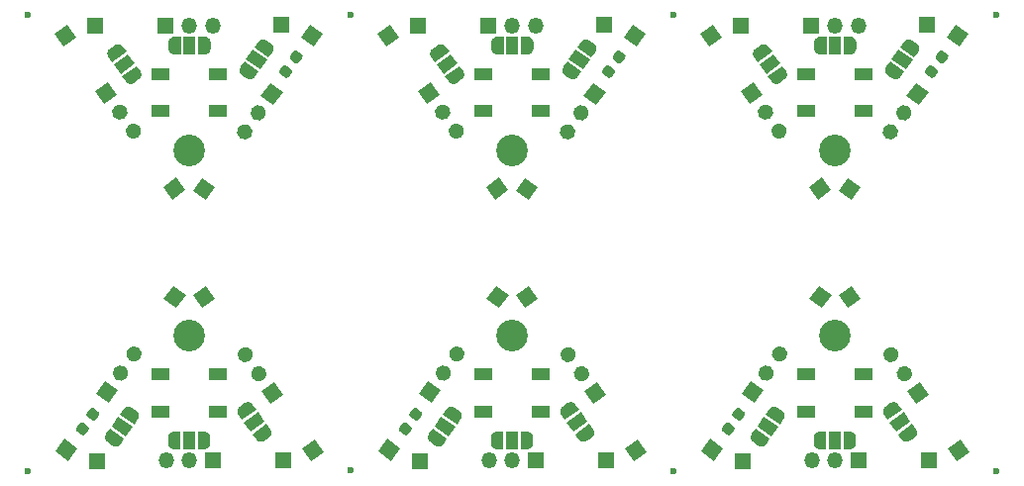
<source format=gts>
G04 #@! TF.GenerationSoftware,KiCad,Pcbnew,(5.1.12)-1*
G04 #@! TF.CreationDate,2023-06-19T18:47:52+09:00*
G04 #@! TF.ProjectId,LED_Sphere_3V-TypeA-Panelized,4c45445f-5370-4686-9572-655f33562d54,rev?*
G04 #@! TF.SameCoordinates,PX5f5e100PY68e7780*
G04 #@! TF.FileFunction,Soldermask,Top*
G04 #@! TF.FilePolarity,Negative*
%FSLAX46Y46*%
G04 Gerber Fmt 4.6, Leading zero omitted, Abs format (unit mm)*
G04 Created by KiCad (PCBNEW (5.1.12)-1) date 2023-06-19 18:47:52*
%MOMM*%
%LPD*%
G01*
G04 APERTURE LIST*
%ADD10C,0.600000*%
%ADD11C,0.100000*%
%ADD12R,1.350000X1.350000*%
%ADD13R,1.000000X1.500000*%
%ADD14O,1.350000X1.350000*%
%ADD15R,1.500000X1.000000*%
%ADD16C,2.700000*%
G04 APERTURE END LIST*
D10*
X-300000Y1110000D03*
X82500000Y1110000D03*
X-300000Y40110000D03*
X82500000Y40110000D03*
X54900000Y1110000D03*
X27300000Y1210000D03*
X27300000Y40110000D03*
X54900000Y40110000D03*
D11*
G36*
X8985807Y35743115D02*
G01*
X9304412Y35294795D01*
X9303921Y35294446D01*
X9318133Y35274448D01*
X9342499Y35231858D01*
X9362575Y35187085D01*
X9378164Y35140559D01*
X9389119Y35092730D01*
X9395332Y35044058D01*
X9396745Y34995010D01*
X9393344Y34946061D01*
X9385161Y34897679D01*
X9372275Y34850335D01*
X9354810Y34804480D01*
X9332937Y34760558D01*
X9306862Y34718992D01*
X9276838Y34680181D01*
X9243155Y34644501D01*
X9206138Y34612293D01*
X9186140Y34598081D01*
X9186489Y34597590D01*
X8778925Y34307950D01*
X8778576Y34308441D01*
X8758578Y34294228D01*
X8715988Y34269862D01*
X8671215Y34249787D01*
X8624689Y34234197D01*
X8576860Y34223242D01*
X8528187Y34217030D01*
X8479140Y34215616D01*
X8430191Y34219018D01*
X8381809Y34227201D01*
X8334464Y34240086D01*
X8288610Y34257551D01*
X8244688Y34279425D01*
X8203122Y34305500D01*
X8164311Y34335523D01*
X8128631Y34369206D01*
X8096423Y34406224D01*
X8082211Y34426222D01*
X8081720Y34425873D01*
X7763116Y34874193D01*
X8985807Y35743115D01*
G37*
G36*
X6576079Y36545554D02*
G01*
X6561867Y36565552D01*
X6537501Y36608142D01*
X6517425Y36652915D01*
X6501836Y36699441D01*
X6490881Y36747270D01*
X6484668Y36795942D01*
X6483255Y36844990D01*
X6486656Y36893939D01*
X6494839Y36942321D01*
X6507725Y36989665D01*
X6525190Y37035520D01*
X6547063Y37079442D01*
X6573138Y37121008D01*
X6603162Y37159819D01*
X6636845Y37195499D01*
X6673862Y37227707D01*
X6693860Y37241919D01*
X6693511Y37242410D01*
X7101075Y37532050D01*
X7101424Y37531559D01*
X7121422Y37545772D01*
X7164012Y37570138D01*
X7208785Y37590213D01*
X7255311Y37605803D01*
X7303140Y37616758D01*
X7351813Y37622970D01*
X7400860Y37624384D01*
X7449809Y37620982D01*
X7498191Y37612799D01*
X7545536Y37599914D01*
X7591390Y37582449D01*
X7635312Y37560575D01*
X7676878Y37534500D01*
X7715689Y37504477D01*
X7751369Y37470794D01*
X7783577Y37433776D01*
X7797789Y37413778D01*
X7798280Y37414127D01*
X8116884Y36965807D01*
X6894193Y36096885D01*
X6575588Y36545205D01*
X6576079Y36545554D01*
G37*
G36*
X8840986Y35946897D02*
G01*
X7618295Y35077975D01*
X7039014Y35893103D01*
X8261705Y36762025D01*
X8840986Y35946897D01*
G37*
G36*
X36585807Y35743115D02*
G01*
X36904412Y35294795D01*
X36903921Y35294446D01*
X36918133Y35274448D01*
X36942499Y35231858D01*
X36962575Y35187085D01*
X36978164Y35140559D01*
X36989119Y35092730D01*
X36995332Y35044058D01*
X36996745Y34995010D01*
X36993344Y34946061D01*
X36985161Y34897679D01*
X36972275Y34850335D01*
X36954810Y34804480D01*
X36932937Y34760558D01*
X36906862Y34718992D01*
X36876838Y34680181D01*
X36843155Y34644501D01*
X36806138Y34612293D01*
X36786140Y34598081D01*
X36786489Y34597590D01*
X36378925Y34307950D01*
X36378576Y34308441D01*
X36358578Y34294228D01*
X36315988Y34269862D01*
X36271215Y34249787D01*
X36224689Y34234197D01*
X36176860Y34223242D01*
X36128187Y34217030D01*
X36079140Y34215616D01*
X36030191Y34219018D01*
X35981809Y34227201D01*
X35934464Y34240086D01*
X35888610Y34257551D01*
X35844688Y34279425D01*
X35803122Y34305500D01*
X35764311Y34335523D01*
X35728631Y34369206D01*
X35696423Y34406224D01*
X35682211Y34426222D01*
X35681720Y34425873D01*
X35363116Y34874193D01*
X36585807Y35743115D01*
G37*
G36*
X34176079Y36545554D02*
G01*
X34161867Y36565552D01*
X34137501Y36608142D01*
X34117425Y36652915D01*
X34101836Y36699441D01*
X34090881Y36747270D01*
X34084668Y36795942D01*
X34083255Y36844990D01*
X34086656Y36893939D01*
X34094839Y36942321D01*
X34107725Y36989665D01*
X34125190Y37035520D01*
X34147063Y37079442D01*
X34173138Y37121008D01*
X34203162Y37159819D01*
X34236845Y37195499D01*
X34273862Y37227707D01*
X34293860Y37241919D01*
X34293511Y37242410D01*
X34701075Y37532050D01*
X34701424Y37531559D01*
X34721422Y37545772D01*
X34764012Y37570138D01*
X34808785Y37590213D01*
X34855311Y37605803D01*
X34903140Y37616758D01*
X34951813Y37622970D01*
X35000860Y37624384D01*
X35049809Y37620982D01*
X35098191Y37612799D01*
X35145536Y37599914D01*
X35191390Y37582449D01*
X35235312Y37560575D01*
X35276878Y37534500D01*
X35315689Y37504477D01*
X35351369Y37470794D01*
X35383577Y37433776D01*
X35397789Y37413778D01*
X35398280Y37414127D01*
X35716884Y36965807D01*
X34494193Y36096885D01*
X34175588Y36545205D01*
X34176079Y36545554D01*
G37*
G36*
X36440986Y35946897D02*
G01*
X35218295Y35077975D01*
X34639014Y35893103D01*
X35861705Y36762025D01*
X36440986Y35946897D01*
G37*
G36*
X64185807Y35743115D02*
G01*
X64504412Y35294795D01*
X64503921Y35294446D01*
X64518133Y35274448D01*
X64542499Y35231858D01*
X64562575Y35187085D01*
X64578164Y35140559D01*
X64589119Y35092730D01*
X64595332Y35044058D01*
X64596745Y34995010D01*
X64593344Y34946061D01*
X64585161Y34897679D01*
X64572275Y34850335D01*
X64554810Y34804480D01*
X64532937Y34760558D01*
X64506862Y34718992D01*
X64476838Y34680181D01*
X64443155Y34644501D01*
X64406138Y34612293D01*
X64386140Y34598081D01*
X64386489Y34597590D01*
X63978925Y34307950D01*
X63978576Y34308441D01*
X63958578Y34294228D01*
X63915988Y34269862D01*
X63871215Y34249787D01*
X63824689Y34234197D01*
X63776860Y34223242D01*
X63728187Y34217030D01*
X63679140Y34215616D01*
X63630191Y34219018D01*
X63581809Y34227201D01*
X63534464Y34240086D01*
X63488610Y34257551D01*
X63444688Y34279425D01*
X63403122Y34305500D01*
X63364311Y34335523D01*
X63328631Y34369206D01*
X63296423Y34406224D01*
X63282211Y34426222D01*
X63281720Y34425873D01*
X62963116Y34874193D01*
X64185807Y35743115D01*
G37*
G36*
X61776079Y36545554D02*
G01*
X61761867Y36565552D01*
X61737501Y36608142D01*
X61717425Y36652915D01*
X61701836Y36699441D01*
X61690881Y36747270D01*
X61684668Y36795942D01*
X61683255Y36844990D01*
X61686656Y36893939D01*
X61694839Y36942321D01*
X61707725Y36989665D01*
X61725190Y37035520D01*
X61747063Y37079442D01*
X61773138Y37121008D01*
X61803162Y37159819D01*
X61836845Y37195499D01*
X61873862Y37227707D01*
X61893860Y37241919D01*
X61893511Y37242410D01*
X62301075Y37532050D01*
X62301424Y37531559D01*
X62321422Y37545772D01*
X62364012Y37570138D01*
X62408785Y37590213D01*
X62455311Y37605803D01*
X62503140Y37616758D01*
X62551813Y37622970D01*
X62600860Y37624384D01*
X62649809Y37620982D01*
X62698191Y37612799D01*
X62745536Y37599914D01*
X62791390Y37582449D01*
X62835312Y37560575D01*
X62876878Y37534500D01*
X62915689Y37504477D01*
X62951369Y37470794D01*
X62983577Y37433776D01*
X62997789Y37413778D01*
X62998280Y37414127D01*
X63316884Y36965807D01*
X62094193Y36096885D01*
X61775588Y36545205D01*
X61776079Y36545554D01*
G37*
G36*
X64040986Y35946897D02*
G01*
X62818295Y35077975D01*
X62239014Y35893103D01*
X63461705Y36762025D01*
X64040986Y35946897D01*
G37*
G36*
X73214193Y5476885D02*
G01*
X72895588Y5925205D01*
X72896079Y5925554D01*
X72881867Y5945552D01*
X72857501Y5988142D01*
X72837425Y6032915D01*
X72821836Y6079441D01*
X72810881Y6127270D01*
X72804668Y6175942D01*
X72803255Y6224990D01*
X72806656Y6273939D01*
X72814839Y6322321D01*
X72827725Y6369665D01*
X72845190Y6415520D01*
X72867063Y6459442D01*
X72893138Y6501008D01*
X72923162Y6539819D01*
X72956845Y6575499D01*
X72993862Y6607707D01*
X73013860Y6621919D01*
X73013511Y6622410D01*
X73421075Y6912050D01*
X73421424Y6911559D01*
X73441422Y6925772D01*
X73484012Y6950138D01*
X73528785Y6970213D01*
X73575311Y6985803D01*
X73623140Y6996758D01*
X73671813Y7002970D01*
X73720860Y7004384D01*
X73769809Y7000982D01*
X73818191Y6992799D01*
X73865536Y6979914D01*
X73911390Y6962449D01*
X73955312Y6940575D01*
X73996878Y6914500D01*
X74035689Y6884477D01*
X74071369Y6850794D01*
X74103577Y6813776D01*
X74117789Y6793778D01*
X74118280Y6794127D01*
X74436884Y6345807D01*
X73214193Y5476885D01*
G37*
G36*
X75623921Y4674446D02*
G01*
X75638133Y4654448D01*
X75662499Y4611858D01*
X75682575Y4567085D01*
X75698164Y4520559D01*
X75709119Y4472730D01*
X75715332Y4424058D01*
X75716745Y4375010D01*
X75713344Y4326061D01*
X75705161Y4277679D01*
X75692275Y4230335D01*
X75674810Y4184480D01*
X75652937Y4140558D01*
X75626862Y4098992D01*
X75596838Y4060181D01*
X75563155Y4024501D01*
X75526138Y3992293D01*
X75506140Y3978081D01*
X75506489Y3977590D01*
X75098925Y3687950D01*
X75098576Y3688441D01*
X75078578Y3674228D01*
X75035988Y3649862D01*
X74991215Y3629787D01*
X74944689Y3614197D01*
X74896860Y3603242D01*
X74848187Y3597030D01*
X74799140Y3595616D01*
X74750191Y3599018D01*
X74701809Y3607201D01*
X74654464Y3620086D01*
X74608610Y3637551D01*
X74564688Y3659425D01*
X74523122Y3685500D01*
X74484311Y3715523D01*
X74448631Y3749206D01*
X74416423Y3786224D01*
X74402211Y3806222D01*
X74401720Y3805873D01*
X74083116Y4254193D01*
X75305807Y5123115D01*
X75624412Y4674795D01*
X75623921Y4674446D01*
G37*
G36*
X73359014Y5273103D02*
G01*
X74581705Y6142025D01*
X75160986Y5326897D01*
X73938295Y4457975D01*
X73359014Y5273103D01*
G37*
G36*
X45614193Y5476885D02*
G01*
X45295588Y5925205D01*
X45296079Y5925554D01*
X45281867Y5945552D01*
X45257501Y5988142D01*
X45237425Y6032915D01*
X45221836Y6079441D01*
X45210881Y6127270D01*
X45204668Y6175942D01*
X45203255Y6224990D01*
X45206656Y6273939D01*
X45214839Y6322321D01*
X45227725Y6369665D01*
X45245190Y6415520D01*
X45267063Y6459442D01*
X45293138Y6501008D01*
X45323162Y6539819D01*
X45356845Y6575499D01*
X45393862Y6607707D01*
X45413860Y6621919D01*
X45413511Y6622410D01*
X45821075Y6912050D01*
X45821424Y6911559D01*
X45841422Y6925772D01*
X45884012Y6950138D01*
X45928785Y6970213D01*
X45975311Y6985803D01*
X46023140Y6996758D01*
X46071813Y7002970D01*
X46120860Y7004384D01*
X46169809Y7000982D01*
X46218191Y6992799D01*
X46265536Y6979914D01*
X46311390Y6962449D01*
X46355312Y6940575D01*
X46396878Y6914500D01*
X46435689Y6884477D01*
X46471369Y6850794D01*
X46503577Y6813776D01*
X46517789Y6793778D01*
X46518280Y6794127D01*
X46836884Y6345807D01*
X45614193Y5476885D01*
G37*
G36*
X48023921Y4674446D02*
G01*
X48038133Y4654448D01*
X48062499Y4611858D01*
X48082575Y4567085D01*
X48098164Y4520559D01*
X48109119Y4472730D01*
X48115332Y4424058D01*
X48116745Y4375010D01*
X48113344Y4326061D01*
X48105161Y4277679D01*
X48092275Y4230335D01*
X48074810Y4184480D01*
X48052937Y4140558D01*
X48026862Y4098992D01*
X47996838Y4060181D01*
X47963155Y4024501D01*
X47926138Y3992293D01*
X47906140Y3978081D01*
X47906489Y3977590D01*
X47498925Y3687950D01*
X47498576Y3688441D01*
X47478578Y3674228D01*
X47435988Y3649862D01*
X47391215Y3629787D01*
X47344689Y3614197D01*
X47296860Y3603242D01*
X47248187Y3597030D01*
X47199140Y3595616D01*
X47150191Y3599018D01*
X47101809Y3607201D01*
X47054464Y3620086D01*
X47008610Y3637551D01*
X46964688Y3659425D01*
X46923122Y3685500D01*
X46884311Y3715523D01*
X46848631Y3749206D01*
X46816423Y3786224D01*
X46802211Y3806222D01*
X46801720Y3805873D01*
X46483116Y4254193D01*
X47705807Y5123115D01*
X48024412Y4674795D01*
X48023921Y4674446D01*
G37*
G36*
X45759014Y5273103D02*
G01*
X46981705Y6142025D01*
X47560986Y5326897D01*
X46338295Y4457975D01*
X45759014Y5273103D01*
G37*
D12*
X5470000Y39200000D03*
X33070000Y39200000D03*
X60670000Y39200000D03*
X76730000Y2020000D03*
X49130000Y2020000D03*
D11*
G36*
X18928295Y37152025D02*
G01*
X20150986Y36283103D01*
X19571705Y35467975D01*
X18349014Y36336897D01*
X18928295Y37152025D01*
G37*
G36*
X19107789Y34816222D02*
G01*
X19093577Y34796224D01*
X19061369Y34759206D01*
X19025689Y34725523D01*
X18986878Y34695500D01*
X18945312Y34669425D01*
X18901390Y34647551D01*
X18855536Y34630086D01*
X18808191Y34617201D01*
X18759809Y34609018D01*
X18710860Y34605616D01*
X18661813Y34607030D01*
X18613140Y34613242D01*
X18565311Y34624197D01*
X18518785Y34639787D01*
X18474012Y34659862D01*
X18431422Y34684228D01*
X18411424Y34698441D01*
X18411075Y34697950D01*
X18003511Y34987590D01*
X18003860Y34988081D01*
X17983862Y35002293D01*
X17946845Y35034501D01*
X17913162Y35070181D01*
X17883138Y35108992D01*
X17857063Y35150558D01*
X17835190Y35194480D01*
X17817725Y35240335D01*
X17804839Y35287679D01*
X17796656Y35336061D01*
X17793255Y35385010D01*
X17794668Y35434058D01*
X17800881Y35482730D01*
X17811836Y35530559D01*
X17827425Y35577085D01*
X17847501Y35621858D01*
X17871867Y35664448D01*
X17886079Y35684446D01*
X17885588Y35684795D01*
X18204193Y36133115D01*
X19426884Y35264193D01*
X19108280Y34815873D01*
X19107789Y34816222D01*
G37*
G36*
X19073116Y37355807D02*
G01*
X19391720Y37804127D01*
X19392211Y37803778D01*
X19406423Y37823776D01*
X19438631Y37860794D01*
X19474311Y37894477D01*
X19513122Y37924500D01*
X19554688Y37950575D01*
X19598610Y37972449D01*
X19644464Y37989914D01*
X19691809Y38002799D01*
X19740191Y38010982D01*
X19789140Y38014384D01*
X19838187Y38012970D01*
X19886860Y38006758D01*
X19934689Y37995803D01*
X19981215Y37980213D01*
X20025988Y37960138D01*
X20068578Y37935772D01*
X20088576Y37921559D01*
X20088925Y37922050D01*
X20496489Y37632410D01*
X20496140Y37631919D01*
X20516138Y37617707D01*
X20553155Y37585499D01*
X20586838Y37549819D01*
X20616862Y37511008D01*
X20642937Y37469442D01*
X20664810Y37425520D01*
X20682275Y37379665D01*
X20695161Y37332321D01*
X20703344Y37283939D01*
X20706745Y37234990D01*
X20705332Y37185942D01*
X20699119Y37137270D01*
X20688164Y37089441D01*
X20672575Y37042915D01*
X20652499Y36998142D01*
X20628133Y36955552D01*
X20613921Y36935554D01*
X20614412Y36935205D01*
X20295807Y36486885D01*
X19073116Y37355807D01*
G37*
G36*
X46528295Y37152025D02*
G01*
X47750986Y36283103D01*
X47171705Y35467975D01*
X45949014Y36336897D01*
X46528295Y37152025D01*
G37*
G36*
X46707789Y34816222D02*
G01*
X46693577Y34796224D01*
X46661369Y34759206D01*
X46625689Y34725523D01*
X46586878Y34695500D01*
X46545312Y34669425D01*
X46501390Y34647551D01*
X46455536Y34630086D01*
X46408191Y34617201D01*
X46359809Y34609018D01*
X46310860Y34605616D01*
X46261813Y34607030D01*
X46213140Y34613242D01*
X46165311Y34624197D01*
X46118785Y34639787D01*
X46074012Y34659862D01*
X46031422Y34684228D01*
X46011424Y34698441D01*
X46011075Y34697950D01*
X45603511Y34987590D01*
X45603860Y34988081D01*
X45583862Y35002293D01*
X45546845Y35034501D01*
X45513162Y35070181D01*
X45483138Y35108992D01*
X45457063Y35150558D01*
X45435190Y35194480D01*
X45417725Y35240335D01*
X45404839Y35287679D01*
X45396656Y35336061D01*
X45393255Y35385010D01*
X45394668Y35434058D01*
X45400881Y35482730D01*
X45411836Y35530559D01*
X45427425Y35577085D01*
X45447501Y35621858D01*
X45471867Y35664448D01*
X45486079Y35684446D01*
X45485588Y35684795D01*
X45804193Y36133115D01*
X47026884Y35264193D01*
X46708280Y34815873D01*
X46707789Y34816222D01*
G37*
G36*
X46673116Y37355807D02*
G01*
X46991720Y37804127D01*
X46992211Y37803778D01*
X47006423Y37823776D01*
X47038631Y37860794D01*
X47074311Y37894477D01*
X47113122Y37924500D01*
X47154688Y37950575D01*
X47198610Y37972449D01*
X47244464Y37989914D01*
X47291809Y38002799D01*
X47340191Y38010982D01*
X47389140Y38014384D01*
X47438187Y38012970D01*
X47486860Y38006758D01*
X47534689Y37995803D01*
X47581215Y37980213D01*
X47625988Y37960138D01*
X47668578Y37935772D01*
X47688576Y37921559D01*
X47688925Y37922050D01*
X48096489Y37632410D01*
X48096140Y37631919D01*
X48116138Y37617707D01*
X48153155Y37585499D01*
X48186838Y37549819D01*
X48216862Y37511008D01*
X48242937Y37469442D01*
X48264810Y37425520D01*
X48282275Y37379665D01*
X48295161Y37332321D01*
X48303344Y37283939D01*
X48306745Y37234990D01*
X48305332Y37185942D01*
X48299119Y37137270D01*
X48288164Y37089441D01*
X48272575Y37042915D01*
X48252499Y36998142D01*
X48228133Y36955552D01*
X48213921Y36935554D01*
X48214412Y36935205D01*
X47895807Y36486885D01*
X46673116Y37355807D01*
G37*
G36*
X74128295Y37152025D02*
G01*
X75350986Y36283103D01*
X74771705Y35467975D01*
X73549014Y36336897D01*
X74128295Y37152025D01*
G37*
G36*
X74307789Y34816222D02*
G01*
X74293577Y34796224D01*
X74261369Y34759206D01*
X74225689Y34725523D01*
X74186878Y34695500D01*
X74145312Y34669425D01*
X74101390Y34647551D01*
X74055536Y34630086D01*
X74008191Y34617201D01*
X73959809Y34609018D01*
X73910860Y34605616D01*
X73861813Y34607030D01*
X73813140Y34613242D01*
X73765311Y34624197D01*
X73718785Y34639787D01*
X73674012Y34659862D01*
X73631422Y34684228D01*
X73611424Y34698441D01*
X73611075Y34697950D01*
X73203511Y34987590D01*
X73203860Y34988081D01*
X73183862Y35002293D01*
X73146845Y35034501D01*
X73113162Y35070181D01*
X73083138Y35108992D01*
X73057063Y35150558D01*
X73035190Y35194480D01*
X73017725Y35240335D01*
X73004839Y35287679D01*
X72996656Y35336061D01*
X72993255Y35385010D01*
X72994668Y35434058D01*
X73000881Y35482730D01*
X73011836Y35530559D01*
X73027425Y35577085D01*
X73047501Y35621858D01*
X73071867Y35664448D01*
X73086079Y35684446D01*
X73085588Y35684795D01*
X73404193Y36133115D01*
X74626884Y35264193D01*
X74308280Y34815873D01*
X74307789Y34816222D01*
G37*
G36*
X74273116Y37355807D02*
G01*
X74591720Y37804127D01*
X74592211Y37803778D01*
X74606423Y37823776D01*
X74638631Y37860794D01*
X74674311Y37894477D01*
X74713122Y37924500D01*
X74754688Y37950575D01*
X74798610Y37972449D01*
X74844464Y37989914D01*
X74891809Y38002799D01*
X74940191Y38010982D01*
X74989140Y38014384D01*
X75038187Y38012970D01*
X75086860Y38006758D01*
X75134689Y37995803D01*
X75181215Y37980213D01*
X75225988Y37960138D01*
X75268578Y37935772D01*
X75288576Y37921559D01*
X75288925Y37922050D01*
X75696489Y37632410D01*
X75696140Y37631919D01*
X75716138Y37617707D01*
X75753155Y37585499D01*
X75786838Y37549819D01*
X75816862Y37511008D01*
X75842937Y37469442D01*
X75864810Y37425520D01*
X75882275Y37379665D01*
X75895161Y37332321D01*
X75903344Y37283939D01*
X75906745Y37234990D01*
X75905332Y37185942D01*
X75899119Y37137270D01*
X75888164Y37089441D01*
X75872575Y37042915D01*
X75852499Y36998142D01*
X75828133Y36955552D01*
X75813921Y36935554D01*
X75814412Y36935205D01*
X75495807Y36486885D01*
X74273116Y37355807D01*
G37*
G36*
X63271705Y4067975D02*
G01*
X62049014Y4936897D01*
X62628295Y5752025D01*
X63850986Y4883103D01*
X63271705Y4067975D01*
G37*
G36*
X63092211Y6403778D02*
G01*
X63106423Y6423776D01*
X63138631Y6460794D01*
X63174311Y6494477D01*
X63213122Y6524500D01*
X63254688Y6550575D01*
X63298610Y6572449D01*
X63344464Y6589914D01*
X63391809Y6602799D01*
X63440191Y6610982D01*
X63489140Y6614384D01*
X63538187Y6612970D01*
X63586860Y6606758D01*
X63634689Y6595803D01*
X63681215Y6580213D01*
X63725988Y6560138D01*
X63768578Y6535772D01*
X63788576Y6521559D01*
X63788925Y6522050D01*
X64196489Y6232410D01*
X64196140Y6231919D01*
X64216138Y6217707D01*
X64253155Y6185499D01*
X64286838Y6149819D01*
X64316862Y6111008D01*
X64342937Y6069442D01*
X64364810Y6025520D01*
X64382275Y5979665D01*
X64395161Y5932321D01*
X64403344Y5883939D01*
X64406745Y5834990D01*
X64405332Y5785942D01*
X64399119Y5737270D01*
X64388164Y5689441D01*
X64372575Y5642915D01*
X64352499Y5598142D01*
X64328133Y5555552D01*
X64313921Y5535554D01*
X64314412Y5535205D01*
X63995807Y5086885D01*
X62773116Y5955807D01*
X63091720Y6404127D01*
X63092211Y6403778D01*
G37*
G36*
X63126884Y3864193D02*
G01*
X62808280Y3415873D01*
X62807789Y3416222D01*
X62793577Y3396224D01*
X62761369Y3359206D01*
X62725689Y3325523D01*
X62686878Y3295500D01*
X62645312Y3269425D01*
X62601390Y3247551D01*
X62555536Y3230086D01*
X62508191Y3217201D01*
X62459809Y3209018D01*
X62410860Y3205616D01*
X62361813Y3207030D01*
X62313140Y3213242D01*
X62265311Y3224197D01*
X62218785Y3239787D01*
X62174012Y3259862D01*
X62131422Y3284228D01*
X62111424Y3298441D01*
X62111075Y3297950D01*
X61703511Y3587590D01*
X61703860Y3588081D01*
X61683862Y3602293D01*
X61646845Y3634501D01*
X61613162Y3670181D01*
X61583138Y3708992D01*
X61557063Y3750558D01*
X61535190Y3794480D01*
X61517725Y3840335D01*
X61504839Y3887679D01*
X61496656Y3936061D01*
X61493255Y3985010D01*
X61494668Y4034058D01*
X61500881Y4082730D01*
X61511836Y4130559D01*
X61527425Y4177085D01*
X61547501Y4221858D01*
X61571867Y4264448D01*
X61586079Y4284446D01*
X61585588Y4284795D01*
X61904193Y4733115D01*
X63126884Y3864193D01*
G37*
G36*
X35671705Y4067975D02*
G01*
X34449014Y4936897D01*
X35028295Y5752025D01*
X36250986Y4883103D01*
X35671705Y4067975D01*
G37*
G36*
X35492211Y6403778D02*
G01*
X35506423Y6423776D01*
X35538631Y6460794D01*
X35574311Y6494477D01*
X35613122Y6524500D01*
X35654688Y6550575D01*
X35698610Y6572449D01*
X35744464Y6589914D01*
X35791809Y6602799D01*
X35840191Y6610982D01*
X35889140Y6614384D01*
X35938187Y6612970D01*
X35986860Y6606758D01*
X36034689Y6595803D01*
X36081215Y6580213D01*
X36125988Y6560138D01*
X36168578Y6535772D01*
X36188576Y6521559D01*
X36188925Y6522050D01*
X36596489Y6232410D01*
X36596140Y6231919D01*
X36616138Y6217707D01*
X36653155Y6185499D01*
X36686838Y6149819D01*
X36716862Y6111008D01*
X36742937Y6069442D01*
X36764810Y6025520D01*
X36782275Y5979665D01*
X36795161Y5932321D01*
X36803344Y5883939D01*
X36806745Y5834990D01*
X36805332Y5785942D01*
X36799119Y5737270D01*
X36788164Y5689441D01*
X36772575Y5642915D01*
X36752499Y5598142D01*
X36728133Y5555552D01*
X36713921Y5535554D01*
X36714412Y5535205D01*
X36395807Y5086885D01*
X35173116Y5955807D01*
X35491720Y6404127D01*
X35492211Y6403778D01*
G37*
G36*
X35526884Y3864193D02*
G01*
X35208280Y3415873D01*
X35207789Y3416222D01*
X35193577Y3396224D01*
X35161369Y3359206D01*
X35125689Y3325523D01*
X35086878Y3295500D01*
X35045312Y3269425D01*
X35001390Y3247551D01*
X34955536Y3230086D01*
X34908191Y3217201D01*
X34859809Y3209018D01*
X34810860Y3205616D01*
X34761813Y3207030D01*
X34713140Y3213242D01*
X34665311Y3224197D01*
X34618785Y3239787D01*
X34574012Y3259862D01*
X34531422Y3284228D01*
X34511424Y3298441D01*
X34511075Y3297950D01*
X34103511Y3587590D01*
X34103860Y3588081D01*
X34083862Y3602293D01*
X34046845Y3634501D01*
X34013162Y3670181D01*
X33983138Y3708992D01*
X33957063Y3750558D01*
X33935190Y3794480D01*
X33917725Y3840335D01*
X33904839Y3887679D01*
X33896656Y3936061D01*
X33893255Y3985010D01*
X33894668Y4034058D01*
X33900881Y4082730D01*
X33911836Y4130559D01*
X33927425Y4177085D01*
X33947501Y4221858D01*
X33971867Y4264448D01*
X33986079Y4284446D01*
X33985588Y4284795D01*
X34304193Y4733115D01*
X35526884Y3864193D01*
G37*
D13*
X13520000Y37500000D03*
D11*
G36*
X12220000Y36750602D02*
G01*
X12195466Y36750602D01*
X12146635Y36755412D01*
X12098510Y36764984D01*
X12051555Y36779228D01*
X12006222Y36798005D01*
X11962949Y36821136D01*
X11922150Y36848396D01*
X11884221Y36879524D01*
X11849524Y36914221D01*
X11818396Y36952150D01*
X11791136Y36992949D01*
X11768005Y37036222D01*
X11749228Y37081555D01*
X11734984Y37128510D01*
X11725412Y37176635D01*
X11720602Y37225466D01*
X11720602Y37250000D01*
X11720000Y37250000D01*
X11720000Y37750000D01*
X11720602Y37750000D01*
X11720602Y37774534D01*
X11725412Y37823365D01*
X11734984Y37871490D01*
X11749228Y37918445D01*
X11768005Y37963778D01*
X11791136Y38007051D01*
X11818396Y38047850D01*
X11849524Y38085779D01*
X11884221Y38120476D01*
X11922150Y38151604D01*
X11962949Y38178864D01*
X12006222Y38201995D01*
X12051555Y38220772D01*
X12098510Y38235016D01*
X12146635Y38244588D01*
X12195466Y38249398D01*
X12220000Y38249398D01*
X12220000Y38250000D01*
X12770000Y38250000D01*
X12770000Y36750000D01*
X12220000Y36750000D01*
X12220000Y36750602D01*
G37*
G36*
X14270000Y38250000D02*
G01*
X14820000Y38250000D01*
X14820000Y38249398D01*
X14844534Y38249398D01*
X14893365Y38244588D01*
X14941490Y38235016D01*
X14988445Y38220772D01*
X15033778Y38201995D01*
X15077051Y38178864D01*
X15117850Y38151604D01*
X15155779Y38120476D01*
X15190476Y38085779D01*
X15221604Y38047850D01*
X15248864Y38007051D01*
X15271995Y37963778D01*
X15290772Y37918445D01*
X15305016Y37871490D01*
X15314588Y37823365D01*
X15319398Y37774534D01*
X15319398Y37750000D01*
X15320000Y37750000D01*
X15320000Y37250000D01*
X15319398Y37250000D01*
X15319398Y37225466D01*
X15314588Y37176635D01*
X15305016Y37128510D01*
X15290772Y37081555D01*
X15271995Y37036222D01*
X15248864Y36992949D01*
X15221604Y36952150D01*
X15190476Y36914221D01*
X15155779Y36879524D01*
X15117850Y36848396D01*
X15077051Y36821136D01*
X15033778Y36798005D01*
X14988445Y36779228D01*
X14941490Y36764984D01*
X14893365Y36755412D01*
X14844534Y36750602D01*
X14820000Y36750602D01*
X14820000Y36750000D01*
X14270000Y36750000D01*
X14270000Y38250000D01*
G37*
D13*
X41120000Y37500000D03*
D11*
G36*
X39820000Y36750602D02*
G01*
X39795466Y36750602D01*
X39746635Y36755412D01*
X39698510Y36764984D01*
X39651555Y36779228D01*
X39606222Y36798005D01*
X39562949Y36821136D01*
X39522150Y36848396D01*
X39484221Y36879524D01*
X39449524Y36914221D01*
X39418396Y36952150D01*
X39391136Y36992949D01*
X39368005Y37036222D01*
X39349228Y37081555D01*
X39334984Y37128510D01*
X39325412Y37176635D01*
X39320602Y37225466D01*
X39320602Y37250000D01*
X39320000Y37250000D01*
X39320000Y37750000D01*
X39320602Y37750000D01*
X39320602Y37774534D01*
X39325412Y37823365D01*
X39334984Y37871490D01*
X39349228Y37918445D01*
X39368005Y37963778D01*
X39391136Y38007051D01*
X39418396Y38047850D01*
X39449524Y38085779D01*
X39484221Y38120476D01*
X39522150Y38151604D01*
X39562949Y38178864D01*
X39606222Y38201995D01*
X39651555Y38220772D01*
X39698510Y38235016D01*
X39746635Y38244588D01*
X39795466Y38249398D01*
X39820000Y38249398D01*
X39820000Y38250000D01*
X40370000Y38250000D01*
X40370000Y36750000D01*
X39820000Y36750000D01*
X39820000Y36750602D01*
G37*
G36*
X41870000Y38250000D02*
G01*
X42420000Y38250000D01*
X42420000Y38249398D01*
X42444534Y38249398D01*
X42493365Y38244588D01*
X42541490Y38235016D01*
X42588445Y38220772D01*
X42633778Y38201995D01*
X42677051Y38178864D01*
X42717850Y38151604D01*
X42755779Y38120476D01*
X42790476Y38085779D01*
X42821604Y38047850D01*
X42848864Y38007051D01*
X42871995Y37963778D01*
X42890772Y37918445D01*
X42905016Y37871490D01*
X42914588Y37823365D01*
X42919398Y37774534D01*
X42919398Y37750000D01*
X42920000Y37750000D01*
X42920000Y37250000D01*
X42919398Y37250000D01*
X42919398Y37225466D01*
X42914588Y37176635D01*
X42905016Y37128510D01*
X42890772Y37081555D01*
X42871995Y37036222D01*
X42848864Y36992949D01*
X42821604Y36952150D01*
X42790476Y36914221D01*
X42755779Y36879524D01*
X42717850Y36848396D01*
X42677051Y36821136D01*
X42633778Y36798005D01*
X42588445Y36779228D01*
X42541490Y36764984D01*
X42493365Y36755412D01*
X42444534Y36750602D01*
X42420000Y36750602D01*
X42420000Y36750000D01*
X41870000Y36750000D01*
X41870000Y38250000D01*
G37*
D13*
X68720000Y37500000D03*
D11*
G36*
X67420000Y36750602D02*
G01*
X67395466Y36750602D01*
X67346635Y36755412D01*
X67298510Y36764984D01*
X67251555Y36779228D01*
X67206222Y36798005D01*
X67162949Y36821136D01*
X67122150Y36848396D01*
X67084221Y36879524D01*
X67049524Y36914221D01*
X67018396Y36952150D01*
X66991136Y36992949D01*
X66968005Y37036222D01*
X66949228Y37081555D01*
X66934984Y37128510D01*
X66925412Y37176635D01*
X66920602Y37225466D01*
X66920602Y37250000D01*
X66920000Y37250000D01*
X66920000Y37750000D01*
X66920602Y37750000D01*
X66920602Y37774534D01*
X66925412Y37823365D01*
X66934984Y37871490D01*
X66949228Y37918445D01*
X66968005Y37963778D01*
X66991136Y38007051D01*
X67018396Y38047850D01*
X67049524Y38085779D01*
X67084221Y38120476D01*
X67122150Y38151604D01*
X67162949Y38178864D01*
X67206222Y38201995D01*
X67251555Y38220772D01*
X67298510Y38235016D01*
X67346635Y38244588D01*
X67395466Y38249398D01*
X67420000Y38249398D01*
X67420000Y38250000D01*
X67970000Y38250000D01*
X67970000Y36750000D01*
X67420000Y36750000D01*
X67420000Y36750602D01*
G37*
G36*
X69470000Y38250000D02*
G01*
X70020000Y38250000D01*
X70020000Y38249398D01*
X70044534Y38249398D01*
X70093365Y38244588D01*
X70141490Y38235016D01*
X70188445Y38220772D01*
X70233778Y38201995D01*
X70277051Y38178864D01*
X70317850Y38151604D01*
X70355779Y38120476D01*
X70390476Y38085779D01*
X70421604Y38047850D01*
X70448864Y38007051D01*
X70471995Y37963778D01*
X70490772Y37918445D01*
X70505016Y37871490D01*
X70514588Y37823365D01*
X70519398Y37774534D01*
X70519398Y37750000D01*
X70520000Y37750000D01*
X70520000Y37250000D01*
X70519398Y37250000D01*
X70519398Y37225466D01*
X70514588Y37176635D01*
X70505016Y37128510D01*
X70490772Y37081555D01*
X70471995Y37036222D01*
X70448864Y36992949D01*
X70421604Y36952150D01*
X70390476Y36914221D01*
X70355779Y36879524D01*
X70317850Y36848396D01*
X70277051Y36821136D01*
X70233778Y36798005D01*
X70188445Y36779228D01*
X70141490Y36764984D01*
X70093365Y36755412D01*
X70044534Y36750602D01*
X70020000Y36750602D01*
X70020000Y36750000D01*
X69470000Y36750000D01*
X69470000Y38250000D01*
G37*
D13*
X68680000Y3720000D03*
D11*
G36*
X69980000Y4469398D02*
G01*
X70004534Y4469398D01*
X70053365Y4464588D01*
X70101490Y4455016D01*
X70148445Y4440772D01*
X70193778Y4421995D01*
X70237051Y4398864D01*
X70277850Y4371604D01*
X70315779Y4340476D01*
X70350476Y4305779D01*
X70381604Y4267850D01*
X70408864Y4227051D01*
X70431995Y4183778D01*
X70450772Y4138445D01*
X70465016Y4091490D01*
X70474588Y4043365D01*
X70479398Y3994534D01*
X70479398Y3970000D01*
X70480000Y3970000D01*
X70480000Y3470000D01*
X70479398Y3470000D01*
X70479398Y3445466D01*
X70474588Y3396635D01*
X70465016Y3348510D01*
X70450772Y3301555D01*
X70431995Y3256222D01*
X70408864Y3212949D01*
X70381604Y3172150D01*
X70350476Y3134221D01*
X70315779Y3099524D01*
X70277850Y3068396D01*
X70237051Y3041136D01*
X70193778Y3018005D01*
X70148445Y2999228D01*
X70101490Y2984984D01*
X70053365Y2975412D01*
X70004534Y2970602D01*
X69980000Y2970602D01*
X69980000Y2970000D01*
X69430000Y2970000D01*
X69430000Y4470000D01*
X69980000Y4470000D01*
X69980000Y4469398D01*
G37*
G36*
X67930000Y2970000D02*
G01*
X67380000Y2970000D01*
X67380000Y2970602D01*
X67355466Y2970602D01*
X67306635Y2975412D01*
X67258510Y2984984D01*
X67211555Y2999228D01*
X67166222Y3018005D01*
X67122949Y3041136D01*
X67082150Y3068396D01*
X67044221Y3099524D01*
X67009524Y3134221D01*
X66978396Y3172150D01*
X66951136Y3212949D01*
X66928005Y3256222D01*
X66909228Y3301555D01*
X66894984Y3348510D01*
X66885412Y3396635D01*
X66880602Y3445466D01*
X66880602Y3470000D01*
X66880000Y3470000D01*
X66880000Y3970000D01*
X66880602Y3970000D01*
X66880602Y3994534D01*
X66885412Y4043365D01*
X66894984Y4091490D01*
X66909228Y4138445D01*
X66928005Y4183778D01*
X66951136Y4227051D01*
X66978396Y4267850D01*
X67009524Y4305779D01*
X67044221Y4340476D01*
X67082150Y4371604D01*
X67122949Y4398864D01*
X67166222Y4421995D01*
X67211555Y4440772D01*
X67258510Y4455016D01*
X67306635Y4464588D01*
X67355466Y4469398D01*
X67380000Y4469398D01*
X67380000Y4470000D01*
X67930000Y4470000D01*
X67930000Y2970000D01*
G37*
D13*
X41080000Y3720000D03*
D11*
G36*
X42380000Y4469398D02*
G01*
X42404534Y4469398D01*
X42453365Y4464588D01*
X42501490Y4455016D01*
X42548445Y4440772D01*
X42593778Y4421995D01*
X42637051Y4398864D01*
X42677850Y4371604D01*
X42715779Y4340476D01*
X42750476Y4305779D01*
X42781604Y4267850D01*
X42808864Y4227051D01*
X42831995Y4183778D01*
X42850772Y4138445D01*
X42865016Y4091490D01*
X42874588Y4043365D01*
X42879398Y3994534D01*
X42879398Y3970000D01*
X42880000Y3970000D01*
X42880000Y3470000D01*
X42879398Y3470000D01*
X42879398Y3445466D01*
X42874588Y3396635D01*
X42865016Y3348510D01*
X42850772Y3301555D01*
X42831995Y3256222D01*
X42808864Y3212949D01*
X42781604Y3172150D01*
X42750476Y3134221D01*
X42715779Y3099524D01*
X42677850Y3068396D01*
X42637051Y3041136D01*
X42593778Y3018005D01*
X42548445Y2999228D01*
X42501490Y2984984D01*
X42453365Y2975412D01*
X42404534Y2970602D01*
X42380000Y2970602D01*
X42380000Y2970000D01*
X41830000Y2970000D01*
X41830000Y4470000D01*
X42380000Y4470000D01*
X42380000Y4469398D01*
G37*
G36*
X40330000Y2970000D02*
G01*
X39780000Y2970000D01*
X39780000Y2970602D01*
X39755466Y2970602D01*
X39706635Y2975412D01*
X39658510Y2984984D01*
X39611555Y2999228D01*
X39566222Y3018005D01*
X39522949Y3041136D01*
X39482150Y3068396D01*
X39444221Y3099524D01*
X39409524Y3134221D01*
X39378396Y3172150D01*
X39351136Y3212949D01*
X39328005Y3256222D01*
X39309228Y3301555D01*
X39294984Y3348510D01*
X39285412Y3396635D01*
X39280602Y3445466D01*
X39280602Y3470000D01*
X39280000Y3470000D01*
X39280000Y3970000D01*
X39280602Y3970000D01*
X39280602Y3994534D01*
X39285412Y4043365D01*
X39294984Y4091490D01*
X39309228Y4138445D01*
X39328005Y4183778D01*
X39351136Y4227051D01*
X39378396Y4267850D01*
X39409524Y4305779D01*
X39444221Y4340476D01*
X39482150Y4371604D01*
X39522949Y4398864D01*
X39566222Y4421995D01*
X39611555Y4440772D01*
X39658510Y4455016D01*
X39706635Y4464588D01*
X39755466Y4469398D01*
X39780000Y4469398D01*
X39780000Y4470000D01*
X40330000Y4470000D01*
X40330000Y2970000D01*
G37*
D12*
X21360000Y39280000D03*
X48960000Y39280000D03*
X76560000Y39280000D03*
X60840000Y1940000D03*
X33240000Y1940000D03*
D14*
X15490000Y39160000D03*
X13490000Y39160000D03*
D12*
X11490000Y39160000D03*
D14*
X43090000Y39160000D03*
X41090000Y39160000D03*
D12*
X39090000Y39160000D03*
D14*
X70690000Y39160000D03*
X68690000Y39160000D03*
D12*
X66690000Y39160000D03*
D14*
X66710000Y2060000D03*
X68710000Y2060000D03*
D12*
X70710000Y2060000D03*
D14*
X39110000Y2060000D03*
X41110000Y2060000D03*
D12*
X43110000Y2060000D03*
D11*
G36*
X13798774Y25080804D02*
G01*
X14580804Y26181226D01*
X15681226Y25399196D01*
X14899196Y24298774D01*
X13798774Y25080804D01*
G37*
G36*
X41398774Y25080804D02*
G01*
X42180804Y26181226D01*
X43281226Y25399196D01*
X42499196Y24298774D01*
X41398774Y25080804D01*
G37*
G36*
X68998774Y25080804D02*
G01*
X69780804Y26181226D01*
X70881226Y25399196D01*
X70099196Y24298774D01*
X68998774Y25080804D01*
G37*
G36*
X68401226Y16139196D02*
G01*
X67619196Y15038774D01*
X66518774Y15820804D01*
X67300804Y16921226D01*
X68401226Y16139196D01*
G37*
G36*
X40801226Y16139196D02*
G01*
X40019196Y15038774D01*
X38918774Y15820804D01*
X39700804Y16921226D01*
X40801226Y16139196D01*
G37*
G36*
G01*
X22582049Y36010096D02*
X22174485Y36299737D01*
G75*
G02*
X22121419Y36613479I130338J183404D01*
G01*
X22382095Y36980286D01*
G75*
G02*
X22695837Y37033352I183404J-130338D01*
G01*
X23103401Y36743711D01*
G75*
G02*
X23156467Y36429969I-130338J-183404D01*
G01*
X22895791Y36063162D01*
G75*
G02*
X22582049Y36010096I-183404J130338D01*
G01*
G37*
G36*
G01*
X21684163Y34746648D02*
X21276599Y35036289D01*
G75*
G02*
X21223533Y35350031I130338J183404D01*
G01*
X21484209Y35716838D01*
G75*
G02*
X21797951Y35769904I183404J-130338D01*
G01*
X22205515Y35480263D01*
G75*
G02*
X22258581Y35166521I-130338J-183404D01*
G01*
X21997905Y34799714D01*
G75*
G02*
X21684163Y34746648I-183404J130338D01*
G01*
G37*
G36*
G01*
X50182049Y36010096D02*
X49774485Y36299737D01*
G75*
G02*
X49721419Y36613479I130338J183404D01*
G01*
X49982095Y36980286D01*
G75*
G02*
X50295837Y37033352I183404J-130338D01*
G01*
X50703401Y36743711D01*
G75*
G02*
X50756467Y36429969I-130338J-183404D01*
G01*
X50495791Y36063162D01*
G75*
G02*
X50182049Y36010096I-183404J130338D01*
G01*
G37*
G36*
G01*
X49284163Y34746648D02*
X48876599Y35036289D01*
G75*
G02*
X48823533Y35350031I130338J183404D01*
G01*
X49084209Y35716838D01*
G75*
G02*
X49397951Y35769904I183404J-130338D01*
G01*
X49805515Y35480263D01*
G75*
G02*
X49858581Y35166521I-130338J-183404D01*
G01*
X49597905Y34799714D01*
G75*
G02*
X49284163Y34746648I-183404J130338D01*
G01*
G37*
G36*
G01*
X77782049Y36010096D02*
X77374485Y36299737D01*
G75*
G02*
X77321419Y36613479I130338J183404D01*
G01*
X77582095Y36980286D01*
G75*
G02*
X77895837Y37033352I183404J-130338D01*
G01*
X78303401Y36743711D01*
G75*
G02*
X78356467Y36429969I-130338J-183404D01*
G01*
X78095791Y36063162D01*
G75*
G02*
X77782049Y36010096I-183404J130338D01*
G01*
G37*
G36*
G01*
X76884163Y34746648D02*
X76476599Y35036289D01*
G75*
G02*
X76423533Y35350031I130338J183404D01*
G01*
X76684209Y35716838D01*
G75*
G02*
X76997951Y35769904I183404J-130338D01*
G01*
X77405515Y35480263D01*
G75*
G02*
X77458581Y35166521I-130338J-183404D01*
G01*
X77197905Y34799714D01*
G75*
G02*
X76884163Y34746648I-183404J130338D01*
G01*
G37*
G36*
G01*
X59617951Y5209904D02*
X60025515Y4920263D01*
G75*
G02*
X60078581Y4606521I-130338J-183404D01*
G01*
X59817905Y4239714D01*
G75*
G02*
X59504163Y4186648I-183404J130338D01*
G01*
X59096599Y4476289D01*
G75*
G02*
X59043533Y4790031I130338J183404D01*
G01*
X59304209Y5156838D01*
G75*
G02*
X59617951Y5209904I183404J-130338D01*
G01*
G37*
G36*
G01*
X60515837Y6473352D02*
X60923401Y6183711D01*
G75*
G02*
X60976467Y5869969I-130338J-183404D01*
G01*
X60715791Y5503162D01*
G75*
G02*
X60402049Y5450096I-183404J130338D01*
G01*
X59994485Y5739737D01*
G75*
G02*
X59941419Y6053479I130338J183404D01*
G01*
X60202095Y6420286D01*
G75*
G02*
X60515837Y6473352I183404J-130338D01*
G01*
G37*
G36*
G01*
X32017951Y5209904D02*
X32425515Y4920263D01*
G75*
G02*
X32478581Y4606521I-130338J-183404D01*
G01*
X32217905Y4239714D01*
G75*
G02*
X31904163Y4186648I-183404J130338D01*
G01*
X31496599Y4476289D01*
G75*
G02*
X31443533Y4790031I130338J183404D01*
G01*
X31704209Y5156838D01*
G75*
G02*
X32017951Y5209904I183404J-130338D01*
G01*
G37*
G36*
G01*
X32915837Y6473352D02*
X33323401Y6183711D01*
G75*
G02*
X33376467Y5869969I-130338J-183404D01*
G01*
X33115791Y5503162D01*
G75*
G02*
X32802049Y5450096I-183404J130338D01*
G01*
X32394485Y5739737D01*
G75*
G02*
X32341419Y6053479I130338J183404D01*
G01*
X32602095Y6420286D01*
G75*
G02*
X32915837Y6473352I183404J-130338D01*
G01*
G37*
G36*
X12060804Y24318774D02*
G01*
X11278774Y25419196D01*
X12379196Y26201226D01*
X13161226Y25100804D01*
X12060804Y24318774D01*
G37*
G36*
X39660804Y24318774D02*
G01*
X38878774Y25419196D01*
X39979196Y26201226D01*
X40761226Y25100804D01*
X39660804Y24318774D01*
G37*
G36*
X67260804Y24318774D02*
G01*
X66478774Y25419196D01*
X67579196Y26201226D01*
X68361226Y25100804D01*
X67260804Y24318774D01*
G37*
G36*
X70139196Y16901226D02*
G01*
X70921226Y15800804D01*
X69820804Y15018774D01*
X69038774Y16119196D01*
X70139196Y16901226D01*
G37*
G36*
X42539196Y16901226D02*
G01*
X43321226Y15800804D01*
X42220804Y15018774D01*
X41438774Y16119196D01*
X42539196Y16901226D01*
G37*
G36*
G01*
X17681226Y30500760D02*
X17681226Y30500760D01*
G75*
G02*
X18622452Y30659956I550211J-391015D01*
G01*
X18622452Y30659956D01*
G75*
G02*
X18781648Y29718730I-391015J-550211D01*
G01*
X18781648Y29718730D01*
G75*
G02*
X17840422Y29559534I-550211J391015D01*
G01*
X17840422Y29559534D01*
G75*
G02*
X17681226Y30500760I391015J550211D01*
G01*
G37*
G36*
G01*
X18839789Y32131015D02*
X18839789Y32131015D01*
G75*
G02*
X19781015Y32290211I550211J-391015D01*
G01*
X19781015Y32290211D01*
G75*
G02*
X19940211Y31348985I-391015J-550211D01*
G01*
X19940211Y31348985D01*
G75*
G02*
X18998985Y31189789I-550211J391015D01*
G01*
X18998985Y31189789D01*
G75*
G02*
X18839789Y32131015I391015J550211D01*
G01*
G37*
G36*
X19607336Y33211060D02*
G01*
X20389366Y34311482D01*
X21489788Y33529452D01*
X20707758Y32429030D01*
X19607336Y33211060D01*
G37*
G36*
G01*
X45281226Y30500760D02*
X45281226Y30500760D01*
G75*
G02*
X46222452Y30659956I550211J-391015D01*
G01*
X46222452Y30659956D01*
G75*
G02*
X46381648Y29718730I-391015J-550211D01*
G01*
X46381648Y29718730D01*
G75*
G02*
X45440422Y29559534I-550211J391015D01*
G01*
X45440422Y29559534D01*
G75*
G02*
X45281226Y30500760I391015J550211D01*
G01*
G37*
G36*
G01*
X46439789Y32131015D02*
X46439789Y32131015D01*
G75*
G02*
X47381015Y32290211I550211J-391015D01*
G01*
X47381015Y32290211D01*
G75*
G02*
X47540211Y31348985I-391015J-550211D01*
G01*
X47540211Y31348985D01*
G75*
G02*
X46598985Y31189789I-550211J391015D01*
G01*
X46598985Y31189789D01*
G75*
G02*
X46439789Y32131015I391015J550211D01*
G01*
G37*
G36*
X47207336Y33211060D02*
G01*
X47989366Y34311482D01*
X49089788Y33529452D01*
X48307758Y32429030D01*
X47207336Y33211060D01*
G37*
G36*
G01*
X72881226Y30500760D02*
X72881226Y30500760D01*
G75*
G02*
X73822452Y30659956I550211J-391015D01*
G01*
X73822452Y30659956D01*
G75*
G02*
X73981648Y29718730I-391015J-550211D01*
G01*
X73981648Y29718730D01*
G75*
G02*
X73040422Y29559534I-550211J391015D01*
G01*
X73040422Y29559534D01*
G75*
G02*
X72881226Y30500760I391015J550211D01*
G01*
G37*
G36*
G01*
X74039789Y32131015D02*
X74039789Y32131015D01*
G75*
G02*
X74981015Y32290211I550211J-391015D01*
G01*
X74981015Y32290211D01*
G75*
G02*
X75140211Y31348985I-391015J-550211D01*
G01*
X75140211Y31348985D01*
G75*
G02*
X74198985Y31189789I-550211J391015D01*
G01*
X74198985Y31189789D01*
G75*
G02*
X74039789Y32131015I391015J550211D01*
G01*
G37*
G36*
X74807336Y33211060D02*
G01*
X75589366Y34311482D01*
X76689788Y33529452D01*
X75907758Y32429030D01*
X74807336Y33211060D01*
G37*
G36*
G01*
X64518774Y10719240D02*
X64518774Y10719240D01*
G75*
G02*
X63577548Y10560044I-550211J391015D01*
G01*
X63577548Y10560044D01*
G75*
G02*
X63418352Y11501270I391015J550211D01*
G01*
X63418352Y11501270D01*
G75*
G02*
X64359578Y11660466I550211J-391015D01*
G01*
X64359578Y11660466D01*
G75*
G02*
X64518774Y10719240I-391015J-550211D01*
G01*
G37*
G36*
G01*
X63360211Y9088985D02*
X63360211Y9088985D01*
G75*
G02*
X62418985Y8929789I-550211J391015D01*
G01*
X62418985Y8929789D01*
G75*
G02*
X62259789Y9871015I391015J550211D01*
G01*
X62259789Y9871015D01*
G75*
G02*
X63201015Y10030211I550211J-391015D01*
G01*
X63201015Y10030211D01*
G75*
G02*
X63360211Y9088985I-391015J-550211D01*
G01*
G37*
G36*
X62592664Y8008940D02*
G01*
X61810634Y6908518D01*
X60710212Y7690548D01*
X61492242Y8790970D01*
X62592664Y8008940D01*
G37*
G36*
G01*
X36918774Y10719240D02*
X36918774Y10719240D01*
G75*
G02*
X35977548Y10560044I-550211J391015D01*
G01*
X35977548Y10560044D01*
G75*
G02*
X35818352Y11501270I391015J550211D01*
G01*
X35818352Y11501270D01*
G75*
G02*
X36759578Y11660466I550211J-391015D01*
G01*
X36759578Y11660466D01*
G75*
G02*
X36918774Y10719240I-391015J-550211D01*
G01*
G37*
G36*
G01*
X35760211Y9088985D02*
X35760211Y9088985D01*
G75*
G02*
X34818985Y8929789I-550211J391015D01*
G01*
X34818985Y8929789D01*
G75*
G02*
X34659789Y9871015I391015J550211D01*
G01*
X34659789Y9871015D01*
G75*
G02*
X35601015Y10030211I550211J-391015D01*
G01*
X35601015Y10030211D01*
G75*
G02*
X35760211Y9088985I-391015J-550211D01*
G01*
G37*
G36*
X34992664Y8008940D02*
G01*
X34210634Y6908518D01*
X33110212Y7690548D01*
X33892242Y8790970D01*
X34992664Y8008940D01*
G37*
G36*
X23048774Y38160804D02*
G01*
X23830804Y39261226D01*
X24931226Y38479196D01*
X24149196Y37378774D01*
X23048774Y38160804D01*
G37*
G36*
X50648774Y38160804D02*
G01*
X51430804Y39261226D01*
X52531226Y38479196D01*
X51749196Y37378774D01*
X50648774Y38160804D01*
G37*
G36*
X78248774Y38160804D02*
G01*
X79030804Y39261226D01*
X80131226Y38479196D01*
X79349196Y37378774D01*
X78248774Y38160804D01*
G37*
G36*
X59151226Y3059196D02*
G01*
X58369196Y1958774D01*
X57268774Y2740804D01*
X58050804Y3841226D01*
X59151226Y3059196D01*
G37*
G36*
X31551226Y3059196D02*
G01*
X30769196Y1958774D01*
X29668774Y2740804D01*
X30450804Y3841226D01*
X31551226Y3059196D01*
G37*
D15*
X15950000Y31870000D03*
X15950000Y35070000D03*
X11050000Y31870000D03*
X11050000Y35070000D03*
X43550000Y31870000D03*
X43550000Y35070000D03*
X38650000Y31870000D03*
X38650000Y35070000D03*
X71150000Y31870000D03*
X71150000Y35070000D03*
X66250000Y31870000D03*
X66250000Y35070000D03*
X66250000Y9350000D03*
X66250000Y6150000D03*
X71150000Y9350000D03*
X71150000Y6150000D03*
X38650000Y9350000D03*
X38650000Y6150000D03*
X43550000Y9350000D03*
X43550000Y6150000D03*
D16*
X13500000Y28510000D03*
X41100000Y28510000D03*
X68700000Y28510000D03*
X68700000Y12710000D03*
X41100000Y12710000D03*
D11*
G36*
X2740804Y37388774D02*
G01*
X1958774Y38489196D01*
X3059196Y39271226D01*
X3841226Y38170804D01*
X2740804Y37388774D01*
G37*
G36*
X30340804Y37388774D02*
G01*
X29558774Y38489196D01*
X30659196Y39271226D01*
X31441226Y38170804D01*
X30340804Y37388774D01*
G37*
G36*
X57940804Y37388774D02*
G01*
X57158774Y38489196D01*
X58259196Y39271226D01*
X59041226Y38170804D01*
X57940804Y37388774D01*
G37*
G36*
X79459196Y3831226D02*
G01*
X80241226Y2730804D01*
X79140804Y1948774D01*
X78358774Y3049196D01*
X79459196Y3831226D01*
G37*
G36*
X51859196Y3831226D02*
G01*
X52641226Y2730804D01*
X51540804Y1948774D01*
X50758774Y3049196D01*
X51859196Y3831226D01*
G37*
G36*
X6242242Y32489030D02*
G01*
X5460212Y33589452D01*
X6560634Y34371482D01*
X7342664Y33271060D01*
X6242242Y32489030D01*
G37*
G36*
G01*
X7009789Y31408985D02*
X7009789Y31408985D01*
G75*
G02*
X7168985Y32350211I550211J391015D01*
G01*
X7168985Y32350211D01*
G75*
G02*
X8110211Y32191015I391015J-550211D01*
G01*
X8110211Y32191015D01*
G75*
G02*
X7951015Y31249789I-550211J-391015D01*
G01*
X7951015Y31249789D01*
G75*
G02*
X7009789Y31408985I-391015J550211D01*
G01*
G37*
G36*
G01*
X8168352Y29778730D02*
X8168352Y29778730D01*
G75*
G02*
X8327548Y30719956I550211J391015D01*
G01*
X8327548Y30719956D01*
G75*
G02*
X9268774Y30560760I391015J-550211D01*
G01*
X9268774Y30560760D01*
G75*
G02*
X9109578Y29619534I-550211J-391015D01*
G01*
X9109578Y29619534D01*
G75*
G02*
X8168352Y29778730I-391015J550211D01*
G01*
G37*
G36*
X33842242Y32489030D02*
G01*
X33060212Y33589452D01*
X34160634Y34371482D01*
X34942664Y33271060D01*
X33842242Y32489030D01*
G37*
G36*
G01*
X34609789Y31408985D02*
X34609789Y31408985D01*
G75*
G02*
X34768985Y32350211I550211J391015D01*
G01*
X34768985Y32350211D01*
G75*
G02*
X35710211Y32191015I391015J-550211D01*
G01*
X35710211Y32191015D01*
G75*
G02*
X35551015Y31249789I-550211J-391015D01*
G01*
X35551015Y31249789D01*
G75*
G02*
X34609789Y31408985I-391015J550211D01*
G01*
G37*
G36*
G01*
X35768352Y29778730D02*
X35768352Y29778730D01*
G75*
G02*
X35927548Y30719956I550211J391015D01*
G01*
X35927548Y30719956D01*
G75*
G02*
X36868774Y30560760I391015J-550211D01*
G01*
X36868774Y30560760D01*
G75*
G02*
X36709578Y29619534I-550211J-391015D01*
G01*
X36709578Y29619534D01*
G75*
G02*
X35768352Y29778730I-391015J550211D01*
G01*
G37*
G36*
X61442242Y32489030D02*
G01*
X60660212Y33589452D01*
X61760634Y34371482D01*
X62542664Y33271060D01*
X61442242Y32489030D01*
G37*
G36*
G01*
X62209789Y31408985D02*
X62209789Y31408985D01*
G75*
G02*
X62368985Y32350211I550211J391015D01*
G01*
X62368985Y32350211D01*
G75*
G02*
X63310211Y32191015I391015J-550211D01*
G01*
X63310211Y32191015D01*
G75*
G02*
X63151015Y31249789I-550211J-391015D01*
G01*
X63151015Y31249789D01*
G75*
G02*
X62209789Y31408985I-391015J550211D01*
G01*
G37*
G36*
G01*
X63368352Y29778730D02*
X63368352Y29778730D01*
G75*
G02*
X63527548Y30719956I550211J391015D01*
G01*
X63527548Y30719956D01*
G75*
G02*
X64468774Y30560760I391015J-550211D01*
G01*
X64468774Y30560760D01*
G75*
G02*
X64309578Y29619534I-550211J-391015D01*
G01*
X64309578Y29619534D01*
G75*
G02*
X63368352Y29778730I-391015J550211D01*
G01*
G37*
G36*
X75957758Y8730970D02*
G01*
X76739788Y7630548D01*
X75639366Y6848518D01*
X74857336Y7948940D01*
X75957758Y8730970D01*
G37*
G36*
G01*
X75190211Y9811015D02*
X75190211Y9811015D01*
G75*
G02*
X75031015Y8869789I-550211J-391015D01*
G01*
X75031015Y8869789D01*
G75*
G02*
X74089789Y9028985I-391015J550211D01*
G01*
X74089789Y9028985D01*
G75*
G02*
X74248985Y9970211I550211J391015D01*
G01*
X74248985Y9970211D01*
G75*
G02*
X75190211Y9811015I391015J-550211D01*
G01*
G37*
G36*
G01*
X74031648Y11441270D02*
X74031648Y11441270D01*
G75*
G02*
X73872452Y10500044I-550211J-391015D01*
G01*
X73872452Y10500044D01*
G75*
G02*
X72931226Y10659240I-391015J550211D01*
G01*
X72931226Y10659240D01*
G75*
G02*
X73090422Y11600466I550211J391015D01*
G01*
X73090422Y11600466D01*
G75*
G02*
X74031648Y11441270I391015J-550211D01*
G01*
G37*
G36*
X48357758Y8730970D02*
G01*
X49139788Y7630548D01*
X48039366Y6848518D01*
X47257336Y7948940D01*
X48357758Y8730970D01*
G37*
G36*
G01*
X47590211Y9811015D02*
X47590211Y9811015D01*
G75*
G02*
X47431015Y8869789I-550211J-391015D01*
G01*
X47431015Y8869789D01*
G75*
G02*
X46489789Y9028985I-391015J550211D01*
G01*
X46489789Y9028985D01*
G75*
G02*
X46648985Y9970211I550211J391015D01*
G01*
X46648985Y9970211D01*
G75*
G02*
X47590211Y9811015I391015J-550211D01*
G01*
G37*
G36*
G01*
X46431648Y11441270D02*
X46431648Y11441270D01*
G75*
G02*
X46272452Y10500044I-550211J-391015D01*
G01*
X46272452Y10500044D01*
G75*
G02*
X45331226Y10659240I-391015J550211D01*
G01*
X45331226Y10659240D01*
G75*
G02*
X45490422Y11600466I550211J391015D01*
G01*
X45490422Y11600466D01*
G75*
G02*
X46431648Y11441270I391015J-550211D01*
G01*
G37*
D16*
X13500000Y12710000D03*
G36*
G01*
X5315837Y6473352D02*
X5723401Y6183711D01*
G75*
G02*
X5776467Y5869969I-130338J-183404D01*
G01*
X5515791Y5503162D01*
G75*
G02*
X5202049Y5450096I-183404J130338D01*
G01*
X4794485Y5739737D01*
G75*
G02*
X4741419Y6053479I130338J183404D01*
G01*
X5002095Y6420286D01*
G75*
G02*
X5315837Y6473352I183404J-130338D01*
G01*
G37*
G36*
G01*
X4417951Y5209904D02*
X4825515Y4920263D01*
G75*
G02*
X4878581Y4606521I-130338J-183404D01*
G01*
X4617905Y4239714D01*
G75*
G02*
X4304163Y4186648I-183404J130338D01*
G01*
X3896599Y4476289D01*
G75*
G02*
X3843533Y4790031I130338J183404D01*
G01*
X4104209Y5156838D01*
G75*
G02*
X4417951Y5209904I183404J-130338D01*
G01*
G37*
D15*
X15950000Y6150000D03*
X15950000Y9350000D03*
X11050000Y6150000D03*
X11050000Y9350000D03*
D11*
G36*
X3951226Y3059196D02*
G01*
X3169196Y1958774D01*
X2068774Y2740804D01*
X2850804Y3841226D01*
X3951226Y3059196D01*
G37*
G36*
X7392664Y8008940D02*
G01*
X6610634Y6908518D01*
X5510212Y7690548D01*
X6292242Y8790970D01*
X7392664Y8008940D01*
G37*
G36*
G01*
X8160211Y9088985D02*
X8160211Y9088985D01*
G75*
G02*
X7218985Y8929789I-550211J391015D01*
G01*
X7218985Y8929789D01*
G75*
G02*
X7059789Y9871015I391015J550211D01*
G01*
X7059789Y9871015D01*
G75*
G02*
X8001015Y10030211I550211J-391015D01*
G01*
X8001015Y10030211D01*
G75*
G02*
X8160211Y9088985I-391015J-550211D01*
G01*
G37*
G36*
G01*
X9318774Y10719240D02*
X9318774Y10719240D01*
G75*
G02*
X8377548Y10560044I-550211J391015D01*
G01*
X8377548Y10560044D01*
G75*
G02*
X8218352Y11501270I391015J550211D01*
G01*
X8218352Y11501270D01*
G75*
G02*
X9159578Y11660466I550211J-391015D01*
G01*
X9159578Y11660466D01*
G75*
G02*
X9318774Y10719240I-391015J-550211D01*
G01*
G37*
G36*
X13201226Y16139196D02*
G01*
X12419196Y15038774D01*
X11318774Y15820804D01*
X12100804Y16921226D01*
X13201226Y16139196D01*
G37*
G36*
X14939196Y16901226D02*
G01*
X15721226Y15800804D01*
X14620804Y15018774D01*
X13838774Y16119196D01*
X14939196Y16901226D01*
G37*
G36*
G01*
X18831648Y11441270D02*
X18831648Y11441270D01*
G75*
G02*
X18672452Y10500044I-550211J-391015D01*
G01*
X18672452Y10500044D01*
G75*
G02*
X17731226Y10659240I-391015J550211D01*
G01*
X17731226Y10659240D01*
G75*
G02*
X17890422Y11600466I550211J391015D01*
G01*
X17890422Y11600466D01*
G75*
G02*
X18831648Y11441270I391015J-550211D01*
G01*
G37*
G36*
G01*
X19990211Y9811015D02*
X19990211Y9811015D01*
G75*
G02*
X19831015Y8869789I-550211J-391015D01*
G01*
X19831015Y8869789D01*
G75*
G02*
X18889789Y9028985I-391015J550211D01*
G01*
X18889789Y9028985D01*
G75*
G02*
X19048985Y9970211I550211J391015D01*
G01*
X19048985Y9970211D01*
G75*
G02*
X19990211Y9811015I391015J-550211D01*
G01*
G37*
G36*
X20757758Y8730970D02*
G01*
X21539788Y7630548D01*
X20439366Y6848518D01*
X19657336Y7948940D01*
X20757758Y8730970D01*
G37*
G36*
X24259196Y3831226D02*
G01*
X25041226Y2730804D01*
X23940804Y1948774D01*
X23158774Y3049196D01*
X24259196Y3831226D01*
G37*
D12*
X21530000Y2020000D03*
X15510000Y2060000D03*
D14*
X13510000Y2060000D03*
X11510000Y2060000D03*
D12*
X5640000Y1940000D03*
D11*
G36*
X7926884Y3864193D02*
G01*
X7608280Y3415873D01*
X7607789Y3416222D01*
X7593577Y3396224D01*
X7561369Y3359206D01*
X7525689Y3325523D01*
X7486878Y3295500D01*
X7445312Y3269425D01*
X7401390Y3247551D01*
X7355536Y3230086D01*
X7308191Y3217201D01*
X7259809Y3209018D01*
X7210860Y3205616D01*
X7161813Y3207030D01*
X7113140Y3213242D01*
X7065311Y3224197D01*
X7018785Y3239787D01*
X6974012Y3259862D01*
X6931422Y3284228D01*
X6911424Y3298441D01*
X6911075Y3297950D01*
X6503511Y3587590D01*
X6503860Y3588081D01*
X6483862Y3602293D01*
X6446845Y3634501D01*
X6413162Y3670181D01*
X6383138Y3708992D01*
X6357063Y3750558D01*
X6335190Y3794480D01*
X6317725Y3840335D01*
X6304839Y3887679D01*
X6296656Y3936061D01*
X6293255Y3985010D01*
X6294668Y4034058D01*
X6300881Y4082730D01*
X6311836Y4130559D01*
X6327425Y4177085D01*
X6347501Y4221858D01*
X6371867Y4264448D01*
X6386079Y4284446D01*
X6385588Y4284795D01*
X6704193Y4733115D01*
X7926884Y3864193D01*
G37*
G36*
X7892211Y6403778D02*
G01*
X7906423Y6423776D01*
X7938631Y6460794D01*
X7974311Y6494477D01*
X8013122Y6524500D01*
X8054688Y6550575D01*
X8098610Y6572449D01*
X8144464Y6589914D01*
X8191809Y6602799D01*
X8240191Y6610982D01*
X8289140Y6614384D01*
X8338187Y6612970D01*
X8386860Y6606758D01*
X8434689Y6595803D01*
X8481215Y6580213D01*
X8525988Y6560138D01*
X8568578Y6535772D01*
X8588576Y6521559D01*
X8588925Y6522050D01*
X8996489Y6232410D01*
X8996140Y6231919D01*
X9016138Y6217707D01*
X9053155Y6185499D01*
X9086838Y6149819D01*
X9116862Y6111008D01*
X9142937Y6069442D01*
X9164810Y6025520D01*
X9182275Y5979665D01*
X9195161Y5932321D01*
X9203344Y5883939D01*
X9206745Y5834990D01*
X9205332Y5785942D01*
X9199119Y5737270D01*
X9188164Y5689441D01*
X9172575Y5642915D01*
X9152499Y5598142D01*
X9128133Y5555552D01*
X9113921Y5535554D01*
X9114412Y5535205D01*
X8795807Y5086885D01*
X7573116Y5955807D01*
X7891720Y6404127D01*
X7892211Y6403778D01*
G37*
G36*
X8071705Y4067975D02*
G01*
X6849014Y4936897D01*
X7428295Y5752025D01*
X8650986Y4883103D01*
X8071705Y4067975D01*
G37*
G36*
X18159014Y5273103D02*
G01*
X19381705Y6142025D01*
X19960986Y5326897D01*
X18738295Y4457975D01*
X18159014Y5273103D01*
G37*
G36*
X20423921Y4674446D02*
G01*
X20438133Y4654448D01*
X20462499Y4611858D01*
X20482575Y4567085D01*
X20498164Y4520559D01*
X20509119Y4472730D01*
X20515332Y4424058D01*
X20516745Y4375010D01*
X20513344Y4326061D01*
X20505161Y4277679D01*
X20492275Y4230335D01*
X20474810Y4184480D01*
X20452937Y4140558D01*
X20426862Y4098992D01*
X20396838Y4060181D01*
X20363155Y4024501D01*
X20326138Y3992293D01*
X20306140Y3978081D01*
X20306489Y3977590D01*
X19898925Y3687950D01*
X19898576Y3688441D01*
X19878578Y3674228D01*
X19835988Y3649862D01*
X19791215Y3629787D01*
X19744689Y3614197D01*
X19696860Y3603242D01*
X19648187Y3597030D01*
X19599140Y3595616D01*
X19550191Y3599018D01*
X19501809Y3607201D01*
X19454464Y3620086D01*
X19408610Y3637551D01*
X19364688Y3659425D01*
X19323122Y3685500D01*
X19284311Y3715523D01*
X19248631Y3749206D01*
X19216423Y3786224D01*
X19202211Y3806222D01*
X19201720Y3805873D01*
X18883116Y4254193D01*
X20105807Y5123115D01*
X20424412Y4674795D01*
X20423921Y4674446D01*
G37*
G36*
X18014193Y5476885D02*
G01*
X17695588Y5925205D01*
X17696079Y5925554D01*
X17681867Y5945552D01*
X17657501Y5988142D01*
X17637425Y6032915D01*
X17621836Y6079441D01*
X17610881Y6127270D01*
X17604668Y6175942D01*
X17603255Y6224990D01*
X17606656Y6273939D01*
X17614839Y6322321D01*
X17627725Y6369665D01*
X17645190Y6415520D01*
X17667063Y6459442D01*
X17693138Y6501008D01*
X17723162Y6539819D01*
X17756845Y6575499D01*
X17793862Y6607707D01*
X17813860Y6621919D01*
X17813511Y6622410D01*
X18221075Y6912050D01*
X18221424Y6911559D01*
X18241422Y6925772D01*
X18284012Y6950138D01*
X18328785Y6970213D01*
X18375311Y6985803D01*
X18423140Y6996758D01*
X18471813Y7002970D01*
X18520860Y7004384D01*
X18569809Y7000982D01*
X18618191Y6992799D01*
X18665536Y6979914D01*
X18711390Y6962449D01*
X18755312Y6940575D01*
X18796878Y6914500D01*
X18835689Y6884477D01*
X18871369Y6850794D01*
X18903577Y6813776D01*
X18917789Y6793778D01*
X18918280Y6794127D01*
X19236884Y6345807D01*
X18014193Y5476885D01*
G37*
G36*
X12730000Y2970000D02*
G01*
X12180000Y2970000D01*
X12180000Y2970602D01*
X12155466Y2970602D01*
X12106635Y2975412D01*
X12058510Y2984984D01*
X12011555Y2999228D01*
X11966222Y3018005D01*
X11922949Y3041136D01*
X11882150Y3068396D01*
X11844221Y3099524D01*
X11809524Y3134221D01*
X11778396Y3172150D01*
X11751136Y3212949D01*
X11728005Y3256222D01*
X11709228Y3301555D01*
X11694984Y3348510D01*
X11685412Y3396635D01*
X11680602Y3445466D01*
X11680602Y3470000D01*
X11680000Y3470000D01*
X11680000Y3970000D01*
X11680602Y3970000D01*
X11680602Y3994534D01*
X11685412Y4043365D01*
X11694984Y4091490D01*
X11709228Y4138445D01*
X11728005Y4183778D01*
X11751136Y4227051D01*
X11778396Y4267850D01*
X11809524Y4305779D01*
X11844221Y4340476D01*
X11882150Y4371604D01*
X11922949Y4398864D01*
X11966222Y4421995D01*
X12011555Y4440772D01*
X12058510Y4455016D01*
X12106635Y4464588D01*
X12155466Y4469398D01*
X12180000Y4469398D01*
X12180000Y4470000D01*
X12730000Y4470000D01*
X12730000Y2970000D01*
G37*
G36*
X14780000Y4469398D02*
G01*
X14804534Y4469398D01*
X14853365Y4464588D01*
X14901490Y4455016D01*
X14948445Y4440772D01*
X14993778Y4421995D01*
X15037051Y4398864D01*
X15077850Y4371604D01*
X15115779Y4340476D01*
X15150476Y4305779D01*
X15181604Y4267850D01*
X15208864Y4227051D01*
X15231995Y4183778D01*
X15250772Y4138445D01*
X15265016Y4091490D01*
X15274588Y4043365D01*
X15279398Y3994534D01*
X15279398Y3970000D01*
X15280000Y3970000D01*
X15280000Y3470000D01*
X15279398Y3470000D01*
X15279398Y3445466D01*
X15274588Y3396635D01*
X15265016Y3348510D01*
X15250772Y3301555D01*
X15231995Y3256222D01*
X15208864Y3212949D01*
X15181604Y3172150D01*
X15150476Y3134221D01*
X15115779Y3099524D01*
X15077850Y3068396D01*
X15037051Y3041136D01*
X14993778Y3018005D01*
X14948445Y2999228D01*
X14901490Y2984984D01*
X14853365Y2975412D01*
X14804534Y2970602D01*
X14780000Y2970602D01*
X14780000Y2970000D01*
X14230000Y2970000D01*
X14230000Y4470000D01*
X14780000Y4470000D01*
X14780000Y4469398D01*
G37*
D13*
X13480000Y3720000D03*
M02*

</source>
